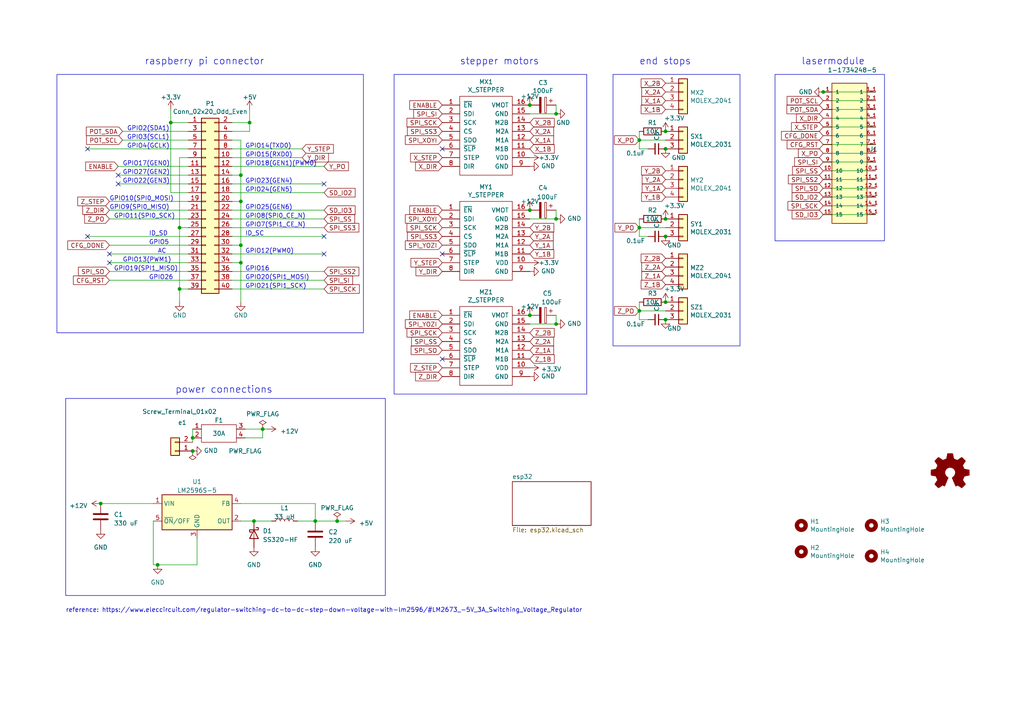
<source format=kicad_sch>
(kicad_sch (version 20230121) (generator eeschema)
  (paper "A4")
  (title_block (title "Firestarter ") (date "2021-07-30") (company "Hexastorm") (comment 1 "v3"))
  (lib_symbols
    (symbol "Connector_Generic:Conn_01x02" (pin_names (offset 1.016) hide)
      (property "Reference" "J" (at 0 2.54 0))
      (property "Value" "Conn_01x02" (at 0 -5.08 0))
      (symbol "Conn_01x02_1_1"
        (pin passive line (at -5.08 0 0) (length 3.81) (name "Pin_1") (number "1"))
        (pin passive line (at -5.08 -2.54 0) (length 3.81) (name "Pin_2") (number "2"))
      )
    )
    (symbol "Connector_Generic:Conn_01x03" (pin_names (offset 1.016) hide)
      (property "Reference" "J" (at 0 5.08 0))
      (property "Value" "Conn_01x03" (at 0 -5.08 0))
      (symbol "Conn_01x03_1_1"
        (pin passive line (at -5.08 2.54 0) (length 3.81) (name "Pin_1") (number "1"))
        (pin passive line (at -5.08 0 0) (length 3.81) (name "Pin_2") (number "2"))
        (pin passive line (at -5.08 -2.54 0) (length 3.81) (name "Pin_3") (number "3"))
      )
    )
    (symbol "Connector_Generic:Conn_01x04" (pin_names (offset 1.016) hide)
      (property "Reference" "J" (at 0 5.08 0))
      (property "Value" "Conn_01x04" (at 0 -7.62 0))
      (symbol "Conn_01x04_1_1"
        (pin passive line (at -5.08 2.54 0) (length 3.81) (name "Pin_1") (number "1"))
        (pin passive line (at -5.08 0 0) (length 3.81) (name "Pin_2") (number "2"))
        (pin passive line (at -5.08 -2.54 0) (length 3.81) (name "Pin_3") (number "3"))
        (pin passive line (at -5.08 -5.08 0) (length 3.81) (name "Pin_4") (number "4"))
      )
    )
    (symbol "Connector_Generic:Conn_02x20_Odd_Even" (pin_names (offset 1.016) hide)
      (property "Reference" "J" (at 1.27 25.4 0))
      (property "Value" "Conn_02x20_Odd_Even" (at 1.27 -27.94 0))
      (symbol "Conn_02x20_Odd_Even_1_1"
        (pin passive line (at -5.08 22.86 0) (length 3.81) (name "Pin_1") (number "1"))
        (pin passive line (at 7.62 12.7 180) (length 3.81) (name "Pin_10") (number "10"))
        (pin passive line (at -5.08 10.16 0) (length 3.81) (name "Pin_11") (number "11"))
        (pin passive line (at 7.62 10.16 180) (length 3.81) (name "Pin_12") (number "12"))
        (pin passive line (at -5.08 7.62 0) (length 3.81) (name "Pin_13") (number "13"))
        (pin passive line (at 7.62 7.62 180) (length 3.81) (name "Pin_14") (number "14"))
        (pin passive line (at -5.08 5.08 0) (length 3.81) (name "Pin_15") (number "15"))
        (pin passive line (at 7.62 5.08 180) (length 3.81) (name "Pin_16") (number "16"))
        (pin passive line (at -5.08 2.54 0) (length 3.81) (name "Pin_17") (number "17"))
        (pin passive line (at 7.62 2.54 180) (length 3.81) (name "Pin_18") (number "18"))
        (pin passive line (at -5.08 0 0) (length 3.81) (name "Pin_19") (number "19"))
        (pin passive line (at 7.62 22.86 180) (length 3.81) (name "Pin_2") (number "2"))
        (pin passive line (at 7.62 0 180) (length 3.81) (name "Pin_20") (number "20"))
        (pin passive line (at -5.08 -2.54 0) (length 3.81) (name "Pin_21") (number "21"))
        (pin passive line (at 7.62 -2.54 180) (length 3.81) (name "Pin_22") (number "22"))
        (pin passive line (at -5.08 -5.08 0) (length 3.81) (name "Pin_23") (number "23"))
        (pin passive line (at 7.62 -5.08 180) (length 3.81) (name "Pin_24") (number "24"))
        (pin passive line (at -5.08 -7.62 0) (length 3.81) (name "Pin_25") (number "25"))
        (pin passive line (at 7.62 -7.62 180) (length 3.81) (name "Pin_26") (number "26"))
        (pin passive line (at -5.08 -10.16 0) (length 3.81) (name "Pin_27") (number "27"))
        (pin passive line (at 7.62 -10.16 180) (length 3.81) (name "Pin_28") (number "28"))
        (pin passive line (at -5.08 -12.7 0) (length 3.81) (name "Pin_29") (number "29"))
        (pin passive line (at -5.08 20.32 0) (length 3.81) (name "Pin_3") (number "3"))
        (pin passive line (at 7.62 -12.7 180) (length 3.81) (name "Pin_30") (number "30"))
        (pin passive line (at -5.08 -15.24 0) (length 3.81) (name "Pin_31") (number "31"))
        (pin passive line (at 7.62 -15.24 180) (length 3.81) (name "Pin_32") (number "32"))
        (pin passive line (at -5.08 -17.78 0) (length 3.81) (name "Pin_33") (number "33"))
        (pin passive line (at 7.62 -17.78 180) (length 3.81) (name "Pin_34") (number "34"))
        (pin passive line (at -5.08 -20.32 0) (length 3.81) (name "Pin_35") (number "35"))
        (pin passive line (at 7.62 -20.32 180) (length 3.81) (name "Pin_36") (number "36"))
        (pin passive line (at -5.08 -22.86 0) (length 3.81) (name "Pin_37") (number "37"))
        (pin passive line (at 7.62 -22.86 180) (length 3.81) (name "Pin_38") (number "38"))
        (pin passive line (at -5.08 -25.4 0) (length 3.81) (name "Pin_39") (number "39"))
        (pin passive line (at 7.62 20.32 180) (length 3.81) (name "Pin_4") (number "4"))
        (pin passive line (at 7.62 -25.4 180) (length 3.81) (name "Pin_40") (number "40"))
        (pin passive line (at -5.08 17.78 0) (length 3.81) (name "Pin_5") (number "5"))
        (pin passive line (at 7.62 17.78 180) (length 3.81) (name "Pin_6") (number "6"))
        (pin passive line (at -5.08 15.24 0) (length 3.81) (name "Pin_7") (number "7"))
        (pin passive line (at 7.62 15.24 180) (length 3.81) (name "Pin_8") (number "8"))
        (pin passive line (at -5.08 12.7 0) (length 3.81) (name "Pin_9") (number "9"))
      )
    )
    (symbol "Device:C_Polarized" (pin_numbers hide) (pin_names (offset 0.254))
      (property "Reference" "C" (at 0.635 2.54 0))
      (property "Value" "C_Polarized" (at 0.635 -2.54 0))
      (symbol "C_Polarized_1_1"
        (pin passive line (at 0 3.81 270) (length 2.794) (name "~") (number "1"))
        (pin passive line (at 0 -3.81 90) (length 2.794) (name "~") (number "2"))
      )
    )
    (symbol "Device:C_Small" (pin_numbers hide) (pin_names (offset 0.254) hide)
      (property "Reference" "C" (at 0.254 1.778 0))
      (property "Value" "C_Small" (at 0.254 -2.032 0))
      (symbol "C_Small_1_1"
        (pin passive line (at 0 2.54 270) (length 2.032) (name "~") (number "1"))
        (pin passive line (at 0 -2.54 90) (length 2.032) (name "~") (number "2"))
      )
    )
    (symbol "Device:D_Schottky" (pin_numbers hide) (pin_names (offset 1.016) hide)
      (property "Reference" "D" (at 0 2.54 0))
      (property "Value" "D_Schottky" (at 0 -2.54 0))
      (symbol "D_Schottky_1_1"
        (pin passive line (at -3.81 0 0) (length 2.54) (name "K") (number "1"))
        (pin passive line (at 3.81 0 180) (length 2.54) (name "A") (number "2"))
      )
    )
    (symbol "Device:L" (pin_numbers hide) (pin_names (offset 1.016) hide)
      (property "Reference" "L" (at -1.27 0 90))
      (property "Value" "L" (at 1.905 0 90))
      (symbol "L_1_1"
        (pin passive line (at 0 3.81 270) (length 1.27) (name "1") (number "1"))
        (pin passive line (at 0 -3.81 90) (length 1.27) (name "2") (number "2"))
      )
    )
    (symbol "Device:R" (pin_numbers hide) (pin_names (offset 0))
      (property "Reference" "R" (at 2.032 0 90))
      (property "Value" "R" (at 0 0 90))
      (symbol "R_1_1"
        (pin passive line (at 0 3.81 270) (length 1.27) (name "~") (number "1"))
        (pin passive line (at 0 -3.81 90) (length 1.27) (name "~") (number "2"))
      )
    )
    (symbol "Graphic:Logo_Open_Hardware_Small" (in_bom no) (on_board no))
    (symbol "Mechanical:MountingHole" (pin_names (offset 1.016))
      (property "Reference" "H" (at 0 5.08 0))
      (property "Value" "MountingHole" (at 0 3.175 0))
    )
    (symbol "Regulator_Switching:LM2596S-5"
      (property "Reference" "U" (at -10.16 6.35 0))
      (property "Value" "LM2596S-5" (at 0 6.35 0))
      (symbol "LM2596S-5_1_1"
        (pin power_in line (at -12.7 2.54 0) (length 2.54) (name "VIN") (number "1"))
        (pin output line (at 12.7 -2.54 180) (length 2.54) (name "OUT") (number "2"))
        (pin power_in line (at 0 -7.62 90) (length 2.54) (name "GND") (number "3"))
        (pin input line (at 12.7 2.54 180) (length 2.54) (name "FB") (number "4"))
        (pin input line (at -12.7 -2.54 0) (length 2.54) (name "~{ON}/OFF") (number "5"))
      )
    )
    (symbol "beagle-wire:C" (pin_numbers hide) (pin_names (offset 0.254))
      (property "Reference" "C" (at 0.635 2.54 0))
      (property "Value" "C" (at 0.635 -2.54 0))
      (symbol "C_1_1"
        (pin passive line (at 0 3.81 270) (length 2.794) (name "~") (number "1"))
        (pin passive line (at 0 -3.81 90) (length 2.794) (name "~") (number "2"))
      )
    )
    (symbol "beagle-wire:GND" (power) (pin_names (offset 0))
      (property "Value" "GND" (at 0 -3.81 0))
      (symbol "GND_1_1"
        (pin power_in line (at 0 0 270) (length 0) hide (name "GND") (number "1"))
      )
    )
    (symbol "firestarter_library:1-1734248-5" (pin_names (offset 1.016))
      (property "Reference" "J" (at -5.08 20.955 0))
      (property "Value" "1-1734248-5" (at -5.08 -22.86 0))
      (symbol "1-1734248-5_0_0"
        (pin passive line (at -7.62 17.78 0) (length 2.54) (name "1") (number "1"))
        (pin passive line (at -7.62 -5.08 0) (length 2.54) (name "10") (number "10"))
        (pin passive line (at 7.62 -5.08 180) (length 2.54) (name "10") (number "10_1"))
        (pin passive line (at -7.62 -7.62 0) (length 2.54) (name "11") (number "11"))
        (pin passive line (at 7.62 -7.62 180) (length 2.54) (name "11") (number "11_1"))
        (pin passive line (at -7.62 -10.16 0) (length 2.54) (name "12") (number "12"))
        (pin passive line (at 7.62 -10.16 180) (length 2.54) (name "12") (number "12_1"))
        (pin passive line (at -7.62 -12.7 0) (length 2.54) (name "13") (number "13"))
        (pin passive line (at 7.62 -12.7 180) (length 2.54) (name "13") (number "13_1"))
        (pin passive line (at -7.62 -15.24 0) (length 2.54) (name "14") (number "14"))
        (pin passive line (at 7.62 -15.24 180) (length 2.54) (name "14") (number "14_1"))
        (pin passive line (at -7.62 -17.78 0) (length 2.54) (name "15") (number "15"))
        (pin passive line (at 7.62 -17.78 180) (length 2.54) (name "15") (number "15_1"))
        (pin passive line (at 7.62 17.78 180) (length 2.54) (name "1") (number "1_1"))
        (pin passive line (at -7.62 15.24 0) (length 2.54) (name "2") (number "2"))
        (pin passive line (at 7.62 15.24 180) (length 2.54) (name "2") (number "2_1"))
        (pin passive line (at -7.62 12.7 0) (length 2.54) (name "3") (number "3"))
        (pin passive line (at 7.62 12.7 180) (length 2.54) (name "3") (number "3_1"))
        (pin passive line (at -7.62 10.16 0) (length 2.54) (name "4") (number "4"))
        (pin passive line (at 7.62 10.16 180) (length 2.54) (name "4") (number "4_1"))
        (pin passive line (at -7.62 7.62 0) (length 2.54) (name "5") (number "5"))
        (pin passive line (at 7.62 7.62 180) (length 2.54) (name "5") (number "5_1"))
        (pin passive line (at -7.62 5.08 0) (length 2.54) (name "6") (number "6"))
        (pin passive line (at 7.62 5.08 180) (length 2.54) (name "6") (number "6_1"))
        (pin passive line (at -7.62 2.54 0) (length 2.54) (name "7") (number "7"))
        (pin passive line (at 7.62 2.54 180) (length 2.54) (name "7") (number "7_1"))
        (pin passive line (at -7.62 0 0) (length 2.54) (name "8") (number "8"))
        (pin passive line (at 7.62 0 180) (length 2.54) (name "8") (number "8_1"))
        (pin passive line (at -7.62 -2.54 0) (length 2.54) (name "9") (number "9"))
        (pin passive line (at 7.62 -2.54 180) (length 2.54) (name "9") (number "9_1"))
      )
    )
    (symbol "firestarter_library:30A" (pin_names (offset 1.016))
      (property "Reference" "F" (at 0 3.81 0))
      (property "Value" "30A" (at 0 0 0))
      (symbol "30A_1_1"
        (pin passive line (at -7.62 1.27 0) (length 2.54) (name "~") (number "1"))
        (pin passive line (at -7.62 -1.27 0) (length 2.54) (name "~") (number "2"))
        (pin passive line (at 7.62 1.27 180) (length 2.54) (name "~") (number "3"))
        (pin passive line (at 7.62 -1.27 180) (length 2.54) (name "~") (number "4"))
      )
    )
    (symbol "firestarter_library:TMC2130_STEPPER" (pin_names (offset 1.016))
      (property "Reference" "U" (at 0 3.81 0))
      (property "Value" "TMC2130_STEPPER" (at 0 1.27 0))
      (symbol "TMC2130_STEPPER_1_1"
        (pin input line (at -12.7 -2.54 0) (length 5.08) (name "~{EN}") (number "1"))
        (pin input line (at 12.7 -17.78 180) (length 5.08) (name "VDD") (number "10"))
        (pin input line (at 12.7 -15.24 180) (length 5.08) (name "M1B") (number "11"))
        (pin input line (at 12.7 -12.7 180) (length 5.08) (name "M1A") (number "12"))
        (pin input line (at 12.7 -10.16 180) (length 5.08) (name "M2A") (number "13"))
        (pin input line (at 12.7 -7.62 180) (length 5.08) (name "M2B") (number "14"))
        (pin input line (at 12.7 -5.08 180) (length 5.08) (name "GND") (number "15"))
        (pin input line (at 12.7 -2.54 180) (length 5.08) (name "VMOT") (number "16"))
        (pin input line (at -12.7 -5.08 0) (length 5.08) (name "SDI") (number "2"))
        (pin input line (at -12.7 -7.62 0) (length 5.08) (name "SCK") (number "3"))
        (pin input line (at -12.7 -10.16 0) (length 5.08) (name "CS") (number "4"))
        (pin output line (at -12.7 -12.7 0) (length 5.08) (name "SDO") (number "5"))
        (pin input line (at -12.7 -15.24 0) (length 5.08) (name "~{SLP}") (number "6"))
        (pin input line (at -12.7 -17.78 0) (length 5.08) (name "STEP") (number "7"))
        (pin input line (at -12.7 -20.32 0) (length 5.08) (name "DIR") (number "8"))
        (pin input line (at 12.7 -20.32 180) (length 5.08) (name "GND") (number "9"))
      )
    )
    (symbol "power:+12V" (power) (pin_names (offset 0))
      (property "Value" "+12V" (at 0 3.556 0))
      (symbol "+12V_1_1"
        (pin power_in line (at 0 0 90) (length 0) hide (name "+12V") (number "1"))
      )
    )
    (symbol "power:+3.3V" (power) (pin_names (offset 0))
      (property "Value" "+3.3V" (at 0 3.556 0))
      (symbol "+3.3V_1_1"
        (pin power_in line (at 0 0 90) (length 0) hide (name "+3.3V") (number "1"))
      )
    )
    (symbol "power:+5V" (power) (pin_names (offset 0))
      (property "Value" "+5V" (at 0 3.556 0))
      (symbol "+5V_1_1"
        (pin power_in line (at 0 0 90) (length 0) hide (name "+5V") (number "1"))
      )
    )
    (symbol "power:GND" (power) (pin_names (offset 0))
      (property "Value" "GND" (at 0 -3.81 0))
      (symbol "GND_1_1"
        (pin power_in line (at 0 0 270) (length 0) hide (name "GND") (number "1"))
      )
    )
    (symbol "power:PWR_FLAG" (power) (pin_numbers hide) (pin_names (offset 0) hide)
      (property "Value" "PWR_FLAG" (at 0 3.81 0))
      (symbol "PWR_FLAG_0_0"
        (pin power_out line (at 0 0 90) (length 0) (name "pwr") (number "1"))
      )
    )
  )
  (junction (at 153.67 30.48))
  (junction (at 153.67 91.44))
  (junction (at 45.72 163.83))
  (junction (at 161.29 93.98))
  (junction (at 29.21 146.05))
  (junction (at 69.85 58.42))
  (junction (at 161.29 33.02))
  (junction (at 161.29 63.5))
  (junction (at 153.67 60.96))
  (junction (at 69.85 71.12))
  (junction (at 69.85 50.8))
  (junction (at 76.2 124.46))
  (junction (at 185.42 66.04))
  (junction (at 238.76 26.67))
  (junction (at 193.04 92.71))
  (junction (at 55.88 127))
  (junction (at 185.42 40.64))
  (junction (at 69.85 76.2))
  (junction (at 52.07 83.82))
  (junction (at 193.04 43.18))
  (junction (at 193.04 63.5))
  (junction (at 193.04 87.63))
  (junction (at 73.66 151.13))
  (junction (at 91.44 151.13))
  (junction (at 49.53 35.56))
  (junction (at 193.04 38.1))
  (junction (at 185.42 90.17))
  (junction (at 72.39 35.56))
  (junction (at 97.79 151.13))
  (junction (at 193.04 68.58))
  (junction (at 55.88 130.81))
  (junction (at 52.07 66.04))
  (no_connect (at 93.98 53.34))
  (no_connect (at 34.29 53.34))
  (no_connect (at 93.98 68.58))
  (no_connect (at 128.27 73.66))
  (no_connect (at 34.29 50.8))
  (no_connect (at 31.75 73.66))
  (no_connect (at 25.4 68.58))
  (no_connect (at 93.98 73.66))
  (no_connect (at 128.27 43.18))
  (no_connect (at 25.4 43.18))
  (no_connect (at 128.27 104.14))
  (no_connect (at 31.75 76.2))
  (wire (pts (xy 193.04 66.04) (xy 185.42 66.04)))
  (wire (pts (xy 185.42 90.17) (xy 193.04 90.17)))
  (wire (pts (xy 31.75 71.12) (xy 54.61 71.12)))
  (wire (pts (xy 185.42 38.1) (xy 185.42 40.64)))
  (wire (pts (xy 57.15 163.83) (xy 45.72 163.83)))
  (wire (pts (xy 69.85 40.64) (xy 67.31 40.64)))
  (wire (pts (xy 153.67 63.5) (xy 161.29 63.5)))
  (wire (pts (xy 67.31 66.04) (xy 93.98 66.04)))
  (wire (pts (xy 67.31 48.26) (xy 93.98 48.26)))
  (wire (pts (xy 44.45 151.13) (xy 44.45 163.83)))
  (wire (pts (xy 67.31 68.58) (xy 93.98 68.58)))
  (wire (pts (xy 67.31 55.88) (xy 93.98 55.88)))
  (wire (pts (xy 69.85 76.2) (xy 69.85 87.63)))
  (wire (pts (xy 185.42 40.64) (xy 193.04 40.64)))
  (wire (pts (xy 29.21 146.05) (xy 44.45 146.05)))
  (wire (pts (xy 91.44 146.05) (xy 91.44 151.13)))
  (wire (pts (xy 238.76 44.45) (xy 254 44.45)))
  (wire (pts (xy 238.76 49.53) (xy 254 49.53)))
  (wire (pts (xy 69.85 58.42) (xy 69.85 71.12)))
  (wire (pts (xy 31.75 76.2) (xy 54.61 76.2)))
  (wire (pts (xy 71.12 127) (xy 76.2 127)))
  (wire (pts (xy 55.88 128.27) (xy 55.88 127)))
  (wire (pts (xy 57.15 156.21) (xy 57.15 163.83)))
  (wire (pts (xy 187.96 68.58) (xy 185.42 68.58)))
  (wire (pts (xy 97.79 151.13) (xy 100.33 151.13)))
  (wire (pts (xy 161.29 60.96) (xy 161.29 63.5)))
  (wire (pts (xy 69.85 40.64) (xy 69.85 50.8)))
  (wire (pts (xy 69.85 151.13) (xy 73.66 151.13)))
  (wire (pts (xy 185.42 63.5) (xy 185.42 66.04)))
  (wire (pts (xy 238.76 39.37) (xy 254 39.37)))
  (wire (pts (xy 238.76 41.91) (xy 254 41.91)))
  (wire (pts (xy 238.76 59.69) (xy 254 59.69)))
  (wire (pts (xy 67.31 83.82) (xy 93.98 83.82)))
  (wire (pts (xy 72.39 38.1) (xy 67.31 38.1)))
  (wire (pts (xy 185.42 43.18) (xy 187.96 43.18)))
  (wire (pts (xy 52.07 45.72) (xy 52.07 66.04)))
  (wire (pts (xy 238.76 26.67) (xy 254 26.67)))
  (wire (pts (xy 49.53 31.75) (xy 49.53 35.56)))
  (wire (pts (xy 49.53 35.56) (xy 54.61 35.56)))
  (wire (pts (xy 35.56 40.64) (xy 54.61 40.64)))
  (wire (pts (xy 69.85 71.12) (xy 67.31 71.12)))
  (wire (pts (xy 52.07 66.04) (xy 52.07 83.82)))
  (wire (pts (xy 49.53 35.56) (xy 49.53 55.88)))
  (wire (pts (xy 54.61 68.58) (xy 25.4 68.58)))
  (wire (pts (xy 31.75 63.5) (xy 54.61 63.5)))
  (wire (pts (xy 69.85 58.42) (xy 67.31 58.42)))
  (wire (pts (xy 69.85 146.05) (xy 91.44 146.05)))
  (wire (pts (xy 238.76 46.99) (xy 254 46.99)))
  (wire (pts (xy 72.39 31.75) (xy 72.39 35.56)))
  (wire (pts (xy 73.66 151.13) (xy 78.74 151.13)))
  (wire (pts (xy 67.31 78.74) (xy 93.98 78.74)))
  (wire (pts (xy 69.85 50.8) (xy 69.85 58.42)))
  (wire (pts (xy 34.29 48.26) (xy 54.61 48.26)))
  (wire (pts (xy 25.4 43.18) (xy 54.61 43.18)))
  (wire (pts (xy 67.31 43.18) (xy 87.63 43.18)))
  (wire (pts (xy 34.29 53.34) (xy 54.61 53.34)))
  (wire (pts (xy 185.42 68.58) (xy 185.42 66.04)))
  (wire (pts (xy 238.76 31.75) (xy 254 31.75)))
  (wire (pts (xy 238.76 52.07) (xy 254 52.07)))
  (wire (pts (xy 67.31 53.34) (xy 93.98 53.34)))
  (wire (pts (xy 187.96 92.71) (xy 185.42 92.71)))
  (wire (pts (xy 71.12 124.46) (xy 76.2 124.46)))
  (wire (pts (xy 54.61 60.96) (xy 31.75 60.96)))
  (wire (pts (xy 69.85 71.12) (xy 69.85 76.2)))
  (wire (pts (xy 185.42 43.18) (xy 185.42 40.64)))
  (wire (pts (xy 238.76 34.29) (xy 254 34.29)))
  (wire (pts (xy 153.67 93.98) (xy 161.29 93.98)))
  (wire (pts (xy 52.07 66.04) (xy 54.61 66.04)))
  (wire (pts (xy 67.31 45.72) (xy 87.63 45.72)))
  (wire (pts (xy 153.67 33.02) (xy 161.29 33.02)))
  (wire (pts (xy 161.29 93.98) (xy 161.29 91.44)))
  (wire (pts (xy 72.39 35.56) (xy 72.39 38.1)))
  (wire (pts (xy 185.42 87.63) (xy 185.42 90.17)))
  (wire (pts (xy 52.07 83.82) (xy 54.61 83.82)))
  (wire (pts (xy 76.2 127) (xy 76.2 124.46)))
  (wire (pts (xy 76.2 124.46) (xy 77.47 124.46)))
  (wire (pts (xy 54.61 81.28) (xy 31.75 81.28)))
  (wire (pts (xy 31.75 58.42) (xy 54.61 58.42)))
  (wire (pts (xy 67.31 63.5) (xy 93.98 63.5)))
  (wire (pts (xy 31.75 78.74) (xy 54.61 78.74)))
  (wire (pts (xy 238.76 62.23) (xy 254 62.23)))
  (wire (pts (xy 31.75 73.66) (xy 54.61 73.66)))
  (wire (pts (xy 69.85 50.8) (xy 67.31 50.8)))
  (wire (pts (xy 185.42 92.71) (xy 185.42 90.17)))
  (wire (pts (xy 67.31 60.96) (xy 93.98 60.96)))
  (wire (pts (xy 238.76 57.15) (xy 254 57.15)))
  (wire (pts (xy 254 54.61) (xy 238.76 54.61)))
  (wire (pts (xy 86.36 151.13) (xy 91.44 151.13)))
  (wire (pts (xy 91.44 151.13) (xy 97.79 151.13)))
  (wire (pts (xy 238.76 36.83) (xy 254 36.83)))
  (wire (pts (xy 67.31 81.28) (xy 93.98 81.28)))
  (wire (pts (xy 55.88 127) (xy 55.88 124.46)))
  (wire (pts (xy 72.39 35.56) (xy 67.31 35.56)))
  (wire (pts (xy 34.29 50.8) (xy 54.61 50.8)))
  (wire (pts (xy 52.07 83.82) (xy 52.07 87.63)))
  (wire (pts (xy 69.85 76.2) (xy 67.31 76.2)))
  (wire (pts (xy 49.53 55.88) (xy 54.61 55.88)))
  (wire (pts (xy 238.76 29.21) (xy 254 29.21)))
  (wire (pts (xy 35.56 38.1) (xy 54.61 38.1)))
  (wire (pts (xy 52.07 45.72) (xy 54.61 45.72)))
  (wire (pts (xy 161.29 33.02) (xy 161.29 30.48)))
  (wire (pts (xy 44.45 163.83) (xy 45.72 163.83)))
  (wire (pts (xy 67.31 73.66) (xy 93.98 73.66)))
  (rectangle (start 177.8 21.59) (end 214.63 100.33))
  (rectangle (start 16.51 21.59) (end 105.41 96.52))
  (rectangle (start 114.3 21.59) (end 170.18 114.3))
  (rectangle (start 224.79 21.59) (end 256.54 69.85))
  (rectangle (start 19.05 115.57) (end 111.76 172.72))
  (text "GPIO21(SPI1_SCK)" (at 71.12 83.82 0) (effects (font (size 1.27 1.27)) (justify left bottom)))
  (text "GPIO4(GCLK)" (at 36.83 43.18 0) (effects (font (size 1.27 1.27)) (justify left bottom)))
  (text "GPIO11(SPI0_SCK)" (at 33.02 63.5 0) (effects (font (size 1.27 1.27)) (justify left bottom)))
  (text "GPIO18(GEN1)(PWM0)" (at 71.12 48.26 0) (effects (font (size 1.27 1.27)) (justify left bottom)))
  (text "reference: https://www.eleccircuit.com/regulator-switching-dc-to-dc-step-down-voltage-with-lm2596/#LM2673_-5V_3A_Switching_Voltage_Regulator" (at 19.05 177.8 0) (effects (font (size 1.27 1.27)) (justify left bottom)))
  (text "GPIO15(RXD0)" (at 71.12 45.72 0) (effects (font (size 1.27 1.27)) (justify left bottom)))
  (text "GPIO19(SPI1_MISO)" (at 33.02 78.74 0) (effects (font (size 1.27 1.27)) (justify left bottom)))
  (text "GPIO25(GEN6)" (at 71.12 60.96 0) (effects (font (size 1.27 1.27)) (justify left bottom)))
  (text "GPIO14(TXD0)" (at 71.12 43.18 0) (effects (font (size 1.27 1.27)) (justify left bottom)))
  (text "GPIO5" (at 43.18 71.12 0) (effects (font (size 1.27 1.27)) (justify left bottom)))
  (text "GPIO12(PWM0)" (at 71.12 73.66 0) (effects (font (size 1.27 1.27)) (justify left bottom)))
  (text "raspberry pi connector" (at 41.91 19.05 0) (effects (font (size 2 2)) (justify left bottom)))
  (text "end stops" (at 185.42 19.05 0) (effects (font (size 2 2)) (justify left bottom)))
  (text "stepper motors" (at 133.35 19.05 0) (effects (font (size 2 2)) (justify left bottom)))
  (text "GPIO3(SCL1)" (at 36.83 40.64 0) (effects (font (size 1.27 1.27)) (justify left bottom)))
  (text "GPIO22(GEN3)" (at 35.56 53.34 0) (effects (font (size 1.27 1.27)) (justify left bottom)))
  (text "GPIO26" (at 43.18 81.28 0) (effects (font (size 1.27 1.27)) (justify left bottom)))
  (text "GPIO16" (at 71.12 78.74 0) (effects (font (size 1.27 1.27)) (justify left bottom)))
  (text "GPIO27(GEN2)" (at 35.56 50.8 0) (effects (font (size 1.27 1.27)) (justify left bottom)))
  (text "GPIO8(SPI0_CE_N)" (at 71.12 63.5 0) (effects (font (size 1.27 1.27)) (justify left bottom)))
  (text "power connections" (at 50.8 114.3 0) (effects (font (size 2 2)) (justify left bottom)))
  (text "GPIO2(SDA1)" (at 36.83 38.1 0) (effects (font (size 1.27 1.27)) (justify left bottom)))
  (text "ID_SD" (at 43.18 68.58 0) (effects (font (size 1.27 1.27)) (justify left bottom)))
  (text "GPIO20(SPI1_MOSI)" (at 71.12 81.28 0) (effects (font (size 1.27 1.27)) (justify left bottom)))
  (text "GPIO17(GEN0)" (at 35.56 48.26 0) (effects (font (size 1.27 1.27)) (justify left bottom)))
  (text "GPIO9(SPI0_MISO)" (at 31.75 60.96 0) (effects (font (size 1.27 1.27)) (justify left bottom)))
  (text "GPIO24(GEN5)" (at 71.12 55.88 0) (effects (font (size 1.27 1.27)) (justify left bottom)))
  (text "GPIO7(SPI1_CE_N)" (at 71.12 66.04 0) (effects (font (size 1.27 1.27)) (justify left bottom)))
  (text "GPIO10(SPI0_MOSI)" (at 31.75 58.42 0) (effects (font (size 1.27 1.27)) (justify left bottom)))
  (text "ID_SC" (at 71.12 68.58 0) (effects (font (size 1.27 1.27)) (justify left bottom)))
  (text "AC" (at 45.72 73.66 0) (effects (font (size 1.27 1.27)) (justify left bottom)))
  (text "lasermodule" (at 232.41 19.05 0) (effects (font (size 2 2)) (justify left bottom)))
  (text "GPIO13(PWM1)" (at 35.56 76.2 0) (effects (font (size 1.27 1.27)) (justify left bottom)))
  (text "GPIO23(GEN4)" (at 71.12 53.34 0) (effects (font (size 1.27 1.27)) (justify left bottom)))
  (global_label "ENABLE" (shape input) (at 128.27 91.44 180) (property "Intersheetrefs" "${INTERSHEET_REFS}" (effects hide)))
  (global_label "X_2A" (shape input) (at 193.04 26.67 180) (property "Intersheetrefs" "${INTERSHEET_REFS}" (effects hide)))
  (global_label "CFG_DONE" (shape input) (at 31.75 71.12 180) (property "Intersheetrefs" "${INTERSHEET_REFS}" (effects hide)))
  (global_label "X_PO" (shape input) (at 238.76 44.45 180) (property "Intersheetrefs" "${INTERSHEET_REFS}" (effects hide)))
  (global_label "SD_IO3" (shape input) (at 238.76 62.23 180) (property "Intersheetrefs" "${INTERSHEET_REFS}" (effects hide)))
  (global_label "Z_PO" (shape input) (at 185.42 90.17 180) (property "Intersheetrefs" "${INTERSHEET_REFS}" (effects hide)))
  (global_label "Y_1B" (shape input) (at 193.04 57.15 180) (property "Intersheetrefs" "${INTERSHEET_REFS}" (effects hide)))
  (global_label "Y_2A" (shape input) (at 153.67 68.58 0) (property "Intersheetrefs" "${INTERSHEET_REFS}" (effects hide)))
  (global_label "SPI_SO" (shape input) (at 238.76 54.61 180) (property "Intersheetrefs" "${INTERSHEET_REFS}" (effects hide)))
  (global_label "X_DIR" (shape input) (at 128.27 48.26 180) (property "Intersheetrefs" "${INTERSHEET_REFS}" (effects hide)))
  (global_label "SPI_XOYI" (shape input) (at 128.27 63.5 180) (property "Intersheetrefs" "${INTERSHEET_REFS}" (effects hide)))
  (global_label "SPI_YOZI" (shape input) (at 128.27 93.98 180) (property "Intersheetrefs" "${INTERSHEET_REFS}" (effects hide)))
  (global_label "SD_IO3" (shape input) (at 93.98 60.96 0) (property "Intersheetrefs" "${INTERSHEET_REFS}" (effects hide)))
  (global_label "X_DIR" (shape input) (at 238.76 34.29 180) (property "Intersheetrefs" "${INTERSHEET_REFS}" (effects hide)))
  (global_label "X_2B" (shape input) (at 153.67 35.56 0) (property "Intersheetrefs" "${INTERSHEET_REFS}" (effects hide)))
  (global_label "Z_PO" (shape input) (at 31.75 63.5 180) (property "Intersheetrefs" "${INTERSHEET_REFS}" (effects hide)))
  (global_label "POT_SDA" (shape input) (at 238.76 31.75 180) (property "Intersheetrefs" "${INTERSHEET_REFS}" (effects hide)))
  (global_label "X_2A" (shape input) (at 153.67 38.1 0) (property "Intersheetrefs" "${INTERSHEET_REFS}" (effects hide)))
  (global_label "SPI_SCK" (shape input) (at 128.27 66.04 180) (property "Intersheetrefs" "${INTERSHEET_REFS}" (effects hide)))
  (global_label "X_PO" (shape input) (at 185.42 40.64 180) (property "Intersheetrefs" "${INTERSHEET_REFS}" (effects hide)))
  (global_label "Z_2B" (shape input) (at 153.67 96.52 0) (property "Intersheetrefs" "${INTERSHEET_REFS}" (effects hide)))
  (global_label "CFG_RST" (shape input) (at 238.76 41.91 180) (property "Intersheetrefs" "${INTERSHEET_REFS}" (effects hide)))
  (global_label "X_2B" (shape input) (at 193.04 24.13 180) (property "Intersheetrefs" "${INTERSHEET_REFS}" (effects hide)))
  (global_label "Z_1A" (shape input) (at 193.04 80.01 180) (property "Intersheetrefs" "${INTERSHEET_REFS}" (effects hide)))
  (global_label "POT_SDA" (shape input) (at 35.56 38.1 180) (property "Intersheetrefs" "${INTERSHEET_REFS}" (effects hide)))
  (global_label "X_1A" (shape input) (at 153.67 40.64 0) (property "Intersheetrefs" "${INTERSHEET_REFS}" (effects hide)))
  (global_label "Z_2A" (shape input) (at 193.04 77.47 180) (property "Intersheetrefs" "${INTERSHEET_REFS}" (effects hide)))
  (global_label "Y_1A" (shape input) (at 193.04 54.61 180) (property "Intersheetrefs" "${INTERSHEET_REFS}" (effects hide)))
  (global_label "SD_IO2" (shape input) (at 93.98 55.88 0) (property "Intersheetrefs" "${INTERSHEET_REFS}" (effects hide)))
  (global_label "SPI_SCK" (shape input) (at 238.76 59.69 180) (property "Intersheetrefs" "${INTERSHEET_REFS}" (effects hide)))
  (global_label "X_STEP" (shape input) (at 128.27 45.72 180) (property "Intersheetrefs" "${INTERSHEET_REFS}" (effects hide)))
  (global_label "Z_DIR" (shape input) (at 128.27 109.22 180) (property "Intersheetrefs" "${INTERSHEET_REFS}" (effects hide)))
  (global_label "SPI_SS" (shape input) (at 238.76 49.53 180) (property "Intersheetrefs" "${INTERSHEET_REFS}" (effects hide)))
  (global_label "ENABLE" (shape input) (at 128.27 60.96 180) (property "Intersheetrefs" "${INTERSHEET_REFS}" (effects hide)))
  (global_label "SPI_YOZI" (shape input) (at 128.27 71.12 180) (property "Intersheetrefs" "${INTERSHEET_REFS}" (effects hide)))
  (global_label "SPI_SS2" (shape input) (at 238.76 52.07 180) (property "Intersheetrefs" "${INTERSHEET_REFS}" (effects hide)))
  (global_label "Y_PO" (shape input) (at 93.98 48.26 0) (property "Intersheetrefs" "${INTERSHEET_REFS}" (effects hide)))
  (global_label "SPI_SCK" (shape input) (at 128.27 96.52 180) (property "Intersheetrefs" "${INTERSHEET_REFS}" (effects hide)))
  (global_label "SPI_SS3" (shape input) (at 93.98 66.04 0) (property "Intersheetrefs" "${INTERSHEET_REFS}" (effects hide)))
  (global_label "Y_2B" (shape input) (at 193.04 49.53 180) (property "Intersheetrefs" "${INTERSHEET_REFS}" (effects hide)))
  (global_label "Y_2B" (shape input) (at 153.67 66.04 0) (property "Intersheetrefs" "${INTERSHEET_REFS}" (effects hide)))
  (global_label "Y_1B" (shape input) (at 153.67 73.66 0) (property "Intersheetrefs" "${INTERSHEET_REFS}" (effects hide)))
  (global_label "X_1B" (shape input) (at 193.04 31.75 180) (property "Intersheetrefs" "${INTERSHEET_REFS}" (effects hide)))
  (global_label "CFG_DONE" (shape input) (at 238.76 39.37 180) (property "Intersheetrefs" "${INTERSHEET_REFS}" (effects hide)))
  (global_label "Y_1A" (shape input) (at 153.67 71.12 0) (property "Intersheetrefs" "${INTERSHEET_REFS}" (effects hide)))
  (global_label "POT_SCL" (shape input) (at 238.76 29.21 180) (property "Intersheetrefs" "${INTERSHEET_REFS}" (effects hide)))
  (global_label "Z_1B" (shape input) (at 153.67 104.14 0) (property "Intersheetrefs" "${INTERSHEET_REFS}" (effects hide)))
  (global_label "ENABLE" (shape input) (at 128.27 30.48 180) (property "Intersheetrefs" "${INTERSHEET_REFS}" (effects hide)))
  (global_label "Z_STEP" (shape input) (at 31.75 58.42 180) (property "Intersheetrefs" "${INTERSHEET_REFS}" (effects hide)))
  (global_label "SPI_SCK" (shape input) (at 93.98 83.82 0) (property "Intersheetrefs" "${INTERSHEET_REFS}" (effects hide)))
  (global_label "SPI_SI" (shape input) (at 93.98 81.28 0) (property "Intersheetrefs" "${INTERSHEET_REFS}" (effects hide)))
  (global_label "Y_STEP" (shape input) (at 128.27 76.2 180) (property "Intersheetrefs" "${INTERSHEET_REFS}" (effects hide)))
  (global_label "POT_SCL" (shape input) (at 35.56 40.64 180) (property "Intersheetrefs" "${INTERSHEET_REFS}" (effects hide)))
  (global_label "SPI_XOYI" (shape input) (at 128.27 40.64 180) (property "Intersheetrefs" "${INTERSHEET_REFS}" (effects hide)))
  (global_label "Z_DIR" (shape input) (at 31.75 60.96 180) (property "Intersheetrefs" "${INTERSHEET_REFS}" (effects hide)))
  (global_label "X_1B" (shape input) (at 153.67 43.18 0) (property "Intersheetrefs" "${INTERSHEET_REFS}" (effects hide)))
  (global_label "SPI_SS3" (shape input) (at 128.27 68.58 180) (property "Intersheetrefs" "${INTERSHEET_REFS}" (effects hide)))
  (global_label "X_STEP" (shape input) (at 238.76 36.83 180) (property "Intersheetrefs" "${INTERSHEET_REFS}" (effects hide)))
  (global_label "SPI_SS" (shape input) (at 128.27 99.06 180) (property "Intersheetrefs" "${INTERSHEET_REFS}" (effects hide)))
  (global_label "Z_1A" (shape input) (at 153.67 101.6 0) (property "Intersheetrefs" "${INTERSHEET_REFS}" (effects hide)))
  (global_label "Z_2B" (shape input) (at 193.04 74.93 180) (property "Intersheetrefs" "${INTERSHEET_REFS}" (effects hide)))
  (global_label "Y_DIR" (shape input) (at 87.63 45.72 0) (property "Intersheetrefs" "${INTERSHEET_REFS}" (effects hide)))
  (global_label "Z_2A" (shape input) (at 153.67 99.06 0) (property "Intersheetrefs" "${INTERSHEET_REFS}" (effects hide)))
  (global_label "Y_PO" (shape input) (at 185.42 66.04 180) (property "Intersheetrefs" "${INTERSHEET_REFS}" (effects hide)))
  (global_label "X_1A" (shape input) (at 193.04 29.21 180) (property "Intersheetrefs" "${INTERSHEET_REFS}" (effects hide)))
  (global_label "SPI_SI" (shape input) (at 128.27 33.02 180) (property "Intersheetrefs" "${INTERSHEET_REFS}" (effects hide)))
  (global_label "Z_1B" (shape input) (at 193.04 82.55 180) (property "Intersheetrefs" "${INTERSHEET_REFS}" (effects hide)))
  (global_label "Z_STEP" (shape input) (at 128.27 106.68 180) (property "Intersheetrefs" "${INTERSHEET_REFS}" (effects hide)))
  (global_label "SPI_SO" (shape input) (at 31.75 78.74 180) (property "Intersheetrefs" "${INTERSHEET_REFS}" (effects hide)))
  (global_label "SD_IO2" (shape input) (at 238.76 57.15 180) (property "Intersheetrefs" "${INTERSHEET_REFS}" (effects hide)))
  (global_label "SPI_SI" (shape input) (at 238.76 46.99 180) (property "Intersheetrefs" "${INTERSHEET_REFS}" (effects hide)))
  (global_label "SPI_SS" (shape input) (at 93.98 63.5 0) (property "Intersheetrefs" "${INTERSHEET_REFS}" (effects hide)))
  (global_label "SPI_SS2" (shape input) (at 93.98 78.74 0) (property "Intersheetrefs" "${INTERSHEET_REFS}" (effects hide)))
  (global_label "Y_DIR" (shape input) (at 128.27 78.74 180) (property "Intersheetrefs" "${INTERSHEET_REFS}" (effects hide)))
  (global_label "SPI_SO" (shape input) (at 128.27 101.6 180) (property "Intersheetrefs" "${INTERSHEET_REFS}" (effects hide)))
  (global_label "Y_2A" (shape input) (at 193.04 52.07 180) (property "Intersheetrefs" "${INTERSHEET_REFS}" (effects hide)))
  (global_label "Y_STEP" (shape input) (at 87.63 43.18 0) (property "Intersheetrefs" "${INTERSHEET_REFS}" (effects hide)))
  (global_label "ENABLE" (shape input) (at 34.29 48.26 180) (property "Intersheetrefs" "${INTERSHEET_REFS}" (effects hide)))
  (global_label "SPI_SS3" (shape input) (at 128.27 38.1 180) (property "Intersheetrefs" "${INTERSHEET_REFS}" (effects hide)))
  (global_label "CFG_RST" (shape input) (at 31.75 81.28 180) (property "Intersheetrefs" "${INTERSHEET_REFS}" (effects hide)))
  (global_label "SPI_SCK" (shape input) (at 128.27 35.56 180) (property "Intersheetrefs" "${INTERSHEET_REFS}" (effects hide)))
  (symbol (lib_id "power:+5V") (at 72.39 31.75 0) (unit 1)
    (property "Reference" "#PWR08" (effects hide))
    (property "Value" "+5V" (at 72.39 28.194 0))
  )
  (symbol (lib_id "power:+3.3V") (at 49.53 31.75 0) (unit 1)
    (property "Reference" "#PWR04" (effects hide))
    (property "Value" "+3.3V" (at 49.53 28.194 0))
  )
  (symbol (lib_id "power:GND") (at 69.85 87.63 0) (unit 1)
    (property "Reference" "#PWR07" (effects hide))
    (property "Value" "GND" (at 69.85 91.44 0))
  )
  (symbol (lib_id "power:GND") (at 52.07 87.63 0) (unit 1)
    (property "Reference" "#PWR05" (effects hide))
    (property "Value" "GND" (at 52.07 91.44 0))
  )
  (symbol (lib_id "Connector_Generic:Conn_02x20_Odd_Even") (at 59.69 58.42 0) (unit 1)
    (property "Reference" "P1" (at 60.96 30.0482 0))
    (property "Value" "Conn_02x20_Odd_Even" (at 60.96 32.3596 0))
    (property "Footprint" "Connector_PinSocket_2.54mm:PinSocket_2x20_P2.54mm_Vertical" (effects hide))
  )
  (symbol (lib_id "power:GND") (at 193.04 92.71 0) (unit 1)
    (property "Reference" "#PWR030" (effects hide))
    (property "Value" "GND" (at 195.58 95.25 0))
  )
  (symbol (lib_id "Device:R") (at 189.23 87.63 270) (unit 1)
    (property "Reference" "R3" (at 189.23 85.09 90))
    (property "Value" "10K" (at 189.23 87.63 90))
    (property "Footprint" "Resistor_SMD:R_0805_2012Metric" (effects hide))
  )
  (symbol (lib_id "power:GND") (at 193.04 68.58 0) (unit 1)
    (property "Reference" "#PWR028" (effects hide))
    (property "Value" "GND" (at 195.58 71.12 0))
  )
  (symbol (lib_id "Device:R") (at 189.23 63.5 270) (unit 1)
    (property "Reference" "R2" (at 189.23 60.96 90))
    (property "Value" "10K" (at 189.23 63.5 90))
    (property "Footprint" "Resistor_SMD:R_0805_2012Metric" (effects hide))
  )
  (symbol (lib_id "power:+3.3V") (at 193.04 63.5 0) (unit 1)
    (property "Reference" "#PWR027" (effects hide))
    (property "Value" "+3.3V" (at 195.58 59.69 0))
  )
  (symbol (lib_id "power:GND") (at 193.04 43.18 0) (unit 1)
    (property "Reference" "#PWR026" (effects hide))
    (property "Value" "GND" (at 196.85 45.72 0))
  )
  (symbol (lib_id "Device:R") (at 189.23 38.1 270) (unit 1)
    (property "Reference" "R1" (at 189.23 35.56 90))
    (property "Value" "10K" (at 189.23 38.1 90))
    (property "Footprint" "Resistor_SMD:R_0805_2012Metric" (effects hide))
  )
  (symbol (lib_id "power:+3.3V") (at 193.04 38.1 0) (unit 1)
    (property "Reference" "#PWR025" (effects hide))
    (property "Value" "+3.3V" (at 195.58 34.29 0))
  )
  (symbol (lib_id "power:GND") (at 153.67 109.22 90) (unit 1)
    (property "Reference" "#PWR021" (effects hide))
    (property "Value" "GND" (at 156.9212 109.093 90) (effects (justify right)))
  )
  (symbol (lib_id "power:+3.3V") (at 153.67 106.68 270) (unit 1)
    (property "Reference" "#PWR020" (effects hide))
    (property "Value" "+3.3V" (at 156.9212 107.061 90) (effects (justify left)))
  )
  (symbol (lib_id "Device:C_Polarized") (at 157.48 91.44 270) (unit 1)
    (property "Reference" "C5" (at 158.75 85.09 90))
    (property "Value" "100uF" (at 160.02 87.63 90))
    (property "Footprint" "Capacitor_THT:CP_Radial_D6.3mm_P2.50mm" (effects hide))
  )
  (symbol (lib_id "power:GND") (at 161.29 93.98 90) (unit 1)
    (property "Reference" "#PWR024" (effects hide))
    (property "Value" "GND" (at 164.5412 93.853 90) (effects (justify right)))
  )
  (symbol (lib_id "power:GND") (at 153.67 48.26 90) (unit 1)
    (property "Reference" "#PWR015" (effects hide))
    (property "Value" "GND" (at 156.9212 48.133 90) (effects (justify right)))
  )
  (symbol (lib_id "power:+3.3V") (at 153.67 45.72 270) (unit 1)
    (property "Reference" "#PWR014" (effects hide))
    (property "Value" "+3.3V" (at 156.21 45.72 90) (effects (justify left)))
  )
  (symbol (lib_id "Device:C_Polarized") (at 157.48 60.96 270) (unit 1)
    (property "Reference" "C4" (at 157.48 54.483 90))
    (property "Value" "100uF" (at 158.75 57.15 90))
    (property "Footprint" "Capacitor_THT:CP_Radial_D6.3mm_P2.50mm" (effects hide))
  )
  (symbol (lib_id "power:GND") (at 161.29 63.5 90) (unit 1)
    (property "Reference" "#PWR023" (effects hide))
    (property "Value" "GND" (at 164.5412 63.373 90) (effects (justify right)))
  )
  (symbol (lib_id "power:+3.3V") (at 153.67 76.2 270) (unit 1)
    (property "Reference" "#PWR017" (effects hide))
    (property "Value" "+3.3V" (at 156.21 76.2 90) (effects (justify left)))
  )
  (symbol (lib_id "power:GND") (at 153.67 78.74 90) (unit 1)
    (property "Reference" "#PWR018" (effects hide))
    (property "Value" "GND" (at 156.9212 78.613 90) (effects (justify right)))
  )
  (symbol (lib_id "Device:C_Polarized") (at 157.48 30.48 270) (unit 1)
    (property "Reference" "C3" (at 157.48 24.003 90))
    (property "Value" "100uF" (at 157.48 26.3144 90))
    (property "Footprint" "Capacitor_THT:CP_Radial_D6.3mm_P2.50mm" (effects hide))
  )
  (symbol (lib_id "power:GND") (at 161.29 33.02 90) (unit 1)
    (property "Reference" "#PWR022" (effects hide))
    (property "Value" "GND" (at 161.29 35.56 90) (effects (justify right)))
  )
  (symbol (lib_id "Graphic:Logo_Open_Hardware_Small") (at 275.59 137.16 0) (unit 1)
    (property "Reference" "G1" (effects hide))
    (property "Value" "hexastorm" (effects hide))
    (property "Footprint" "footprints:hexastorm" (effects hide))
    (property "Sim.Enable" "0" (effects hide))
  )
  (symbol (lib_id "power:PWR_FLAG") (at 76.2 124.46 0) (unit 1)
    (property "Reference" "#FLG02" (effects hide))
    (property "Value" "PWR_FLAG" (at 76.2 120.0658 0))
  )
  (symbol (lib_id "firestarter_library:TMC2130_STEPPER") (at 140.97 27.94 0) (unit 1)
    (property "Reference" "MX1" (at 140.97 23.749 0))
    (property "Value" "X_STEPPER" (at 140.97 26.0604 0))
    (property "Footprint" "footprints:TMC2130" (effects hide))
  )
  (symbol (lib_id "firestarter_library:TMC2130_STEPPER") (at 140.97 58.42 0) (unit 1)
    (property "Reference" "MY1" (at 140.97 54.229 0))
    (property "Value" "Y_STEPPER" (at 140.97 56.5404 0))
    (property "Footprint" "footprints:TMC2130" (effects hide))
  )
  (symbol (lib_id "firestarter_library:TMC2130_STEPPER") (at 140.97 88.9 0) (unit 1)
    (property "Reference" "MZ1" (at 140.97 84.709 0))
    (property "Value" "Z_STEPPER" (at 140.97 87.0204 0))
    (property "Footprint" "footprints:TMC2130" (effects hide))
  )
  (symbol (lib_id "Connector_Generic:Conn_01x04") (at 198.12 26.67 0) (unit 1)
    (property "Reference" "MX2" (at 200.152 26.8732 0) (effects (justify left)))
    (property "Value" "MOLEX_2041" (at 200.152 29.1846 0) (effects (justify left)))
    (property "Footprint" "Connector_PinHeader_2.54mm:PinHeader_1x04_P2.54mm_Vertical" (effects hide))
  )
  (symbol (lib_id "Connector_Generic:Conn_01x03") (at 198.12 40.64 0) (unit 1)
    (property "Reference" "SX1" (at 200.152 39.5732 0) (effects (justify left)))
    (property "Value" "MOLEX_2031" (at 200.152 41.8846 0) (effects (justify left)))
    (property "Footprint" "Connector_PinHeader_2.54mm:PinHeader_1x03_P2.54mm_Vertical" (effects hide))
  )
  (symbol (lib_id "Connector_Generic:Conn_01x04") (at 198.12 52.07 0) (unit 1)
    (property "Reference" "MY2" (at 200.152 52.2732 0) (effects (justify left)))
    (property "Value" "MOLEX_2041" (at 200.152 54.5846 0) (effects (justify left)))
    (property "Footprint" "Connector_PinHeader_2.54mm:PinHeader_1x04_P2.54mm_Vertical" (effects hide))
  )
  (symbol (lib_id "Connector_Generic:Conn_01x03") (at 198.12 66.04 0) (unit 1)
    (property "Reference" "SY1" (at 200.152 64.9732 0) (effects (justify left)))
    (property "Value" "MOLEX_2031" (at 200.152 67.2846 0) (effects (justify left)))
    (property "Footprint" "Connector_PinHeader_2.54mm:PinHeader_1x03_P2.54mm_Vertical" (effects hide))
  )
  (symbol (lib_id "Connector_Generic:Conn_01x04") (at 198.12 77.47 0) (unit 1)
    (property "Reference" "MZ2" (at 200.152 77.6732 0) (effects (justify left)))
    (property "Value" "MOLEX_2041" (at 200.152 79.9846 0) (effects (justify left)))
    (property "Footprint" "Connector_PinHeader_2.54mm:PinHeader_1x04_P2.54mm_Vertical" (effects hide))
  )
  (symbol (lib_id "Connector_Generic:Conn_01x03") (at 198.12 90.17 0) (unit 1)
    (property "Reference" "SZ1" (at 200.152 89.1032 0) (effects (justify left)))
    (property "Value" "MOLEX_2031" (at 200.152 91.4146 0) (effects (justify left)))
    (property "Footprint" "Connector_PinHeader_2.54mm:PinHeader_1x03_P2.54mm_Vertical" (effects hide))
  )
  (symbol (lib_id "firestarter_library:30A") (at 63.5 125.73 0) (unit 1)
    (property "Reference" "F1" (at 63.5 121.92 0))
    (property "Value" "30A" (at 63.5 125.73 0))
    (property "Footprint" "footprints:MCCQ-121" (effects hide))
    (property "Datasheet" "https://datasheet.octopart.com/MCCQ-121-Multicomp-datasheet-12472958.pdf" (effects hide))
  )
  (symbol (lib_id "Device:C_Small") (at 190.5 43.18 270) (unit 1)
    (property "Reference" "C6" (at 190.5 38.1 0) (effects (justify left)))
    (property "Value" "0.1uF" (at 181.61 44.45 90) (effects (justify left)))
    (property "Footprint" "Capacitor_SMD:C_0805_2012Metric_Pad1.18x1.45mm_HandSolder" (effects hide))
  )
  (symbol (lib_id "Device:C_Small") (at 190.5 92.71 270) (unit 1)
    (property "Reference" "C8" (at 190.5 87.63 0) (effects (justify left)))
    (property "Value" "0.1uF" (at 181.61 93.98 90) (effects (justify left)))
    (property "Footprint" "Capacitor_SMD:C_0805_2012Metric_Pad1.18x1.45mm_HandSolder" (effects hide))
  )
  (symbol (lib_id "Device:C_Small") (at 190.5 68.58 270) (unit 1)
    (property "Reference" "C7" (at 190.5 63.5 0) (effects (justify left)))
    (property "Value" "0.1uF" (at 181.61 69.85 90) (effects (justify left)))
    (property "Footprint" "Capacitor_SMD:C_0805_2012Metric_Pad1.18x1.45mm_HandSolder" (effects hide))
  )
  (symbol (lib_id "beagle-wire:GND") (at 55.88 130.81 90) (unit 1)
    (property "Reference" "#PWR06" (effects hide))
    (property "Value" "GND" (at 59.1312 130.683 90) (effects (justify right)))
  )
  (symbol (lib_id "Connector_Generic:Conn_01x02") (at 50.8 130.81 180) (unit 1)
    (property "Reference" "e1" (at 52.8828 122.555 0))
    (property "Value" "Screw_Terminal_01x02" (at 52.07 119.38 0))
    (property "Footprint" "Connector_AMASS:AMASS_XT30U-F_1x02_P5.0mm_Vertical" (effects hide))
  )
  (symbol (lib_id "power:PWR_FLAG") (at 55.88 130.81 180) (unit 1)
    (property "Reference" "#FLG01" (effects hide))
    (property "Value" "PWR_FLAG" (at 71.12 130.81 0))
  )
  (symbol (lib_id "firestarter_library:1-1734248-5") (at 246.38 44.45 0) (unit 1)
    (property "Reference" "J1" (at 252.1712 43.2816 0) (effects (justify left)))
    (property "Value" "1-1734248-5" (at 240.03 20.32 0) (effects (justify left)))
    (property "Footprint" "footprints:TE_1-1734248-5" (effects hide))
    (property "EU_ROHS_COMPLIANCE" "Compliant" (effects hide))
    (property "STANDARD" "Manufacturer Recommendations" (effects hide))
    (property "TE_PURCHASE_URL" "https://www.te.com/usa-en/product-1-1734248-5.html?te_bu=Cor&te_type=disp&te_campaign=seda_glo_cor-seda-global-disp-prtnr-fy19-seda-model-bom-cta_sma-317_1&elqCampaignId=32493" (effects hide))
    (property "PRICE" "None" (effects hide))
    (property "MP" "1-1734248-5" (effects hide))
    (property "DESCRIPTION" "Conn FPC Connector SKT 15 POS 1mm Solder ST SMD T/R" (effects hide))
    (property "AVAILABILITY" "Unavailable" (effects hide))
    (property "COMMENT" "1-1734248-5" (effects hide))
    (property "MANUFACTURER" "TE Connectivity" (effects hide))
    (property "PARTREV" "E1" (effects hide))
    (property "PACKAGE" "None" (effects hide))
  )
  (symbol (lib_id "Mechanical:MountingHole") (at 232.41 152.4 0) (unit 1)
    (property "Reference" "H1" (at 234.95 151.2316 0) (effects (justify left)))
    (property "Value" "MountingHole" (at 234.95 153.543 0) (effects (justify left)))
    (property "Footprint" "MountingHole:MountingHole_2.7mm_M2.5" (effects hide))
  )
  (symbol (lib_id "Mechanical:MountingHole") (at 252.73 152.4 0) (unit 1)
    (property "Reference" "H3" (at 255.27 151.2316 0) (effects (justify left)))
    (property "Value" "MountingHole" (at 255.27 153.543 0) (effects (justify left)))
    (property "Footprint" "MountingHole:MountingHole_2.7mm_M2.5" (effects hide))
  )
  (symbol (lib_id "Mechanical:MountingHole") (at 232.41 160.02 0) (unit 1)
    (property "Reference" "H2" (at 234.95 158.8516 0) (effects (justify left)))
    (property "Value" "MountingHole" (at 234.95 161.163 0) (effects (justify left)))
    (property "Footprint" "MountingHole:MountingHole_2.7mm_M2.5" (effects hide))
  )
  (symbol (lib_id "Mechanical:MountingHole") (at 252.73 161.29 0) (unit 1)
    (property "Reference" "H4" (at 255.27 160.1216 0) (effects (justify left)))
    (property "Value" "MountingHole" (at 255.27 162.433 0) (effects (justify left)))
    (property "Footprint" "MountingHole:MountingHole_2.7mm_M2.5" (effects hide))
  )
  (symbol (lib_id "Regulator_Switching:LM2596S-5") (at 57.15 148.59 0) (unit 1)
    (property "Reference" "U1" (at 57.15 139.7 0))
    (property "Value" "LM2596S-5" (at 57.15 142.24 0))
    (property "Footprint" "Package_TO_SOT_SMD:TO-263-5_TabPin3" (effects hide))
    (property "Datasheet" "http://www.ti.com/lit/ds/symlink/lm2596.pdf" (effects hide))
  )
  (symbol (lib_id "power:GND") (at 29.21 153.67 0) (unit 1)
    (property "Reference" "#PWR02" (effects hide))
    (property "Value" "GND" (at 29.21 158.75 0))
  )
  (symbol (lib_id "power:+12V") (at 153.67 91.44 0) (unit 1)
    (property "Reference" "#PWR019" (effects hide))
    (property "Value" "+12V" (at 153.67 88.9 0))
  )
  (symbol (lib_id "beagle-wire:C") (at 91.44 154.94 0) (unit 1)
    (property "Reference" "C2" (at 95.25 154.305 0) (effects (justify left)))
    (property "Value" "220 uF" (at 95.25 156.845 0) (effects (justify left)))
    (property "Footprint" "Capacitor_SMD:CP_Elec_8x10" (effects hide))
    (property "Datasheet" "MCVVT035M221FB3L " (effects hide))
  )
  (symbol (lib_id "power:+3.3V") (at 193.04 87.63 0) (unit 1)
    (property "Reference" "#PWR029" (effects hide))
    (property "Value" "+3.3V" (at 195.58 83.82 0))
  )
  (symbol (lib_id "Device:L") (at 82.55 151.13 90) (unit 1)
    (property "Reference" "L1" (at 82.55 147.32 90))
    (property "Value" "33 uH" (at 82.55 149.86 90))
    (property "Footprint" "Inductor_SMD:L_12x12mm_H6mm" (effects hide))
  )
  (symbol (lib_id "power:+12V") (at 153.67 60.96 0) (unit 1)
    (property "Reference" "#PWR016" (effects hide))
    (property "Value" "+12V" (at 153.67 58.42 0))
  )
  (symbol (lib_id "beagle-wire:C") (at 29.21 149.86 0) (unit 1)
    (property "Reference" "C1" (at 33.02 149.225 0) (effects (justify left)))
    (property "Value" "330 uF" (at 33.02 151.765 0) (effects (justify left)))
    (property "Footprint" "Capacitor_SMD:CP_Elec_6.3x7.7" (effects hide))
    (property "Datasheet" "EEEFTC331XAP" (effects hide))
  )
  (symbol (lib_id "power:GND") (at 91.44 158.75 0) (unit 1)
    (property "Reference" "#PWR011" (effects hide))
    (property "Value" "GND" (at 91.44 163.83 0))
  )
  (symbol (lib_id "power:PWR_FLAG") (at 97.79 151.13 0) (unit 1)
    (property "Reference" "#FLG03" (effects hide))
    (property "Value" "PWR_FLAG" (at 97.79 147.32 0))
  )
  (symbol (lib_id "power:GND") (at 73.66 158.75 0) (unit 1)
    (property "Reference" "#PWR09" (effects hide))
    (property "Value" "GND" (at 73.66 163.83 0))
  )
  (symbol (lib_id "power:+12V") (at 77.47 124.46 270) (unit 1)
    (property "Reference" "#PWR010" (effects hide))
    (property "Value" "+12V" (at 81.28 125.095 90) (effects (justify left)))
  )
  (symbol (lib_id "power:+12V") (at 29.21 146.05 90) (unit 1)
    (property "Reference" "#PWR01" (effects hide))
    (property "Value" "+12V" (at 25.4 146.685 90) (effects (justify left)))
  )
  (symbol (lib_id "Device:D_Schottky") (at 73.66 154.94 270) (unit 1)
    (property "Reference" "D1" (at 76.2 153.9875 90) (effects (justify left)))
    (property "Value" "SS320-HF" (at 76.2 156.5275 90) (effects (justify left)))
    (property "Footprint" "Diode_SMD:D_SMA-SMB_Universal_Handsoldering" (effects hide))
  )
  (symbol (lib_id "power:+5V") (at 100.33 151.13 270) (unit 1)
    (property "Reference" "#PWR012" (effects hide))
    (property "Value" "+5V" (at 104.14 151.765 90) (effects (justify left)))
  )
  (symbol (lib_id "power:GND") (at 45.72 163.83 0) (unit 1)
    (property "Reference" "#PWR03" (effects hide))
    (property "Value" "GND" (at 45.72 168.91 0))
  )
  (symbol (lib_id "power:GND") (at 238.76 26.67 270) (unit 1)
    (property "Reference" "#PWR031" (effects hide))
    (property "Value" "GND" (at 233.68 26.67 90))
  )
  (symbol (lib_id "power:+12V") (at 153.67 30.48 0) (unit 1)
    (property "Reference" "#PWR013" (effects hide))
    (property "Value" "+12V" (at 153.67 27.94 0))
  )
  (sheet (at 148.59 139.7) (size 22.86 12.7) (stroke (width 0.1524))
    (property "Sheetname" "esp32" (at 148.59 138.9884 0) (effects (justify left bottom)))
    (property "Sheetfile" "esp32.kicad_sch" (at 148.59 152.9846 0) (effects (justify left top)))
  )
)
</source>
